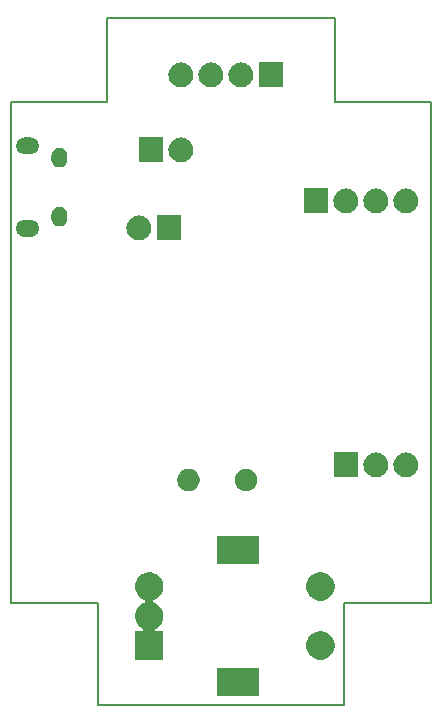
<source format=gbr>
%TF.GenerationSoftware,KiCad,Pcbnew,(5.0.2)-1*%
%TF.CreationDate,2019-05-13T13:04:59+03:00*%
%TF.ProjectId,timer,74696d65-722e-46b6-9963-61645f706362,rev?*%
%TF.SameCoordinates,Original*%
%TF.FileFunction,Soldermask,Top*%
%TF.FilePolarity,Negative*%
%FSLAX46Y46*%
G04 Gerber Fmt 4.6, Leading zero omitted, Abs format (unit mm)*
G04 Created by KiCad (PCBNEW (5.0.2)-1) date 13.05.2019 13:04:59*
%MOMM*%
%LPD*%
G01*
G04 APERTURE LIST*
%ADD10C,0.150000*%
%ADD11C,0.100000*%
G04 APERTURE END LIST*
D10*
X54102000Y-32004000D02*
X62230000Y-32004000D01*
X54102000Y-24892000D02*
X54102000Y-32004000D01*
X34798000Y-32004000D02*
X34798000Y-24892000D01*
X26670000Y-32004000D02*
X34798000Y-32004000D01*
X62230000Y-74422000D02*
X54864000Y-74422000D01*
X54864000Y-74422000D02*
X54864000Y-83058000D01*
X34036000Y-74422000D02*
X34036000Y-83058000D01*
X26670000Y-74422000D02*
X34036000Y-74422000D01*
X26670000Y-74422000D02*
X26670000Y-32004000D01*
X54864000Y-83058000D02*
X34036000Y-83058000D01*
X62230000Y-32004000D02*
X62230000Y-74422000D01*
X34798000Y-24892000D02*
X54102000Y-24892000D01*
D11*
G36*
X47632000Y-82325000D02*
X44032000Y-82325000D01*
X44032000Y-79925000D01*
X47632000Y-79925000D01*
X47632000Y-82325000D01*
X47632000Y-82325000D01*
G37*
G36*
X53182026Y-76871115D02*
X53400412Y-76961573D01*
X53596958Y-77092901D01*
X53764099Y-77260042D01*
X53895427Y-77456588D01*
X53985885Y-77674974D01*
X54032000Y-77906809D01*
X54032000Y-78143191D01*
X53985885Y-78375026D01*
X53895427Y-78593412D01*
X53764099Y-78789958D01*
X53596958Y-78957099D01*
X53400412Y-79088427D01*
X53182026Y-79178885D01*
X52950191Y-79225000D01*
X52713809Y-79225000D01*
X52481974Y-79178885D01*
X52263588Y-79088427D01*
X52067042Y-78957099D01*
X51899901Y-78789958D01*
X51768573Y-78593412D01*
X51678115Y-78375026D01*
X51632000Y-78143191D01*
X51632000Y-77906809D01*
X51678115Y-77674974D01*
X51768573Y-77456588D01*
X51899901Y-77260042D01*
X52067042Y-77092901D01*
X52263588Y-76961573D01*
X52481974Y-76871115D01*
X52713809Y-76825000D01*
X52950191Y-76825000D01*
X53182026Y-76871115D01*
X53182026Y-76871115D01*
G37*
G36*
X38682026Y-71871115D02*
X38900412Y-71961573D01*
X39096958Y-72092901D01*
X39264099Y-72260042D01*
X39395427Y-72456588D01*
X39485885Y-72674974D01*
X39532000Y-72906809D01*
X39532000Y-73143191D01*
X39485885Y-73375026D01*
X39395427Y-73593412D01*
X39264099Y-73789958D01*
X39096958Y-73957099D01*
X38900412Y-74088427D01*
X38728790Y-74159515D01*
X38707179Y-74171066D01*
X38688237Y-74186612D01*
X38672691Y-74205554D01*
X38661140Y-74227164D01*
X38654027Y-74250614D01*
X38651625Y-74275000D01*
X38654027Y-74299386D01*
X38661140Y-74322835D01*
X38672691Y-74344446D01*
X38688237Y-74363388D01*
X38707179Y-74378934D01*
X38728790Y-74390485D01*
X38900412Y-74461573D01*
X39096958Y-74592901D01*
X39264099Y-74760042D01*
X39395427Y-74956588D01*
X39485885Y-75174974D01*
X39532000Y-75406809D01*
X39532000Y-75643191D01*
X39485885Y-75875026D01*
X39395427Y-76093412D01*
X39264099Y-76289958D01*
X39096958Y-76457099D01*
X38891907Y-76594110D01*
X38888239Y-76596071D01*
X38869298Y-76611618D01*
X38853754Y-76630561D01*
X38842204Y-76652172D01*
X38835092Y-76675622D01*
X38832692Y-76700008D01*
X38835095Y-76724395D01*
X38842210Y-76747843D01*
X38853763Y-76769453D01*
X38869310Y-76788394D01*
X38888253Y-76803938D01*
X38909864Y-76815488D01*
X38933314Y-76822600D01*
X38957692Y-76825000D01*
X39532000Y-76825000D01*
X39532000Y-79225000D01*
X37132000Y-79225000D01*
X37132000Y-76825000D01*
X37706308Y-76825000D01*
X37730694Y-76822598D01*
X37754143Y-76815485D01*
X37775754Y-76803934D01*
X37794696Y-76788388D01*
X37810242Y-76769446D01*
X37821793Y-76747835D01*
X37828906Y-76724386D01*
X37831308Y-76700000D01*
X37828906Y-76675614D01*
X37821793Y-76652165D01*
X37810242Y-76630554D01*
X37794696Y-76611612D01*
X37775754Y-76596066D01*
X37772085Y-76594105D01*
X37567042Y-76457099D01*
X37399901Y-76289958D01*
X37268573Y-76093412D01*
X37178115Y-75875026D01*
X37132000Y-75643191D01*
X37132000Y-75406809D01*
X37178115Y-75174974D01*
X37268573Y-74956588D01*
X37399901Y-74760042D01*
X37567042Y-74592901D01*
X37763588Y-74461573D01*
X37935210Y-74390485D01*
X37956821Y-74378934D01*
X37975763Y-74363388D01*
X37991309Y-74344446D01*
X38002860Y-74322836D01*
X38009973Y-74299386D01*
X38012375Y-74275000D01*
X38009973Y-74250614D01*
X38002860Y-74227165D01*
X37991309Y-74205554D01*
X37975763Y-74186612D01*
X37956821Y-74171066D01*
X37935210Y-74159515D01*
X37763588Y-74088427D01*
X37567042Y-73957099D01*
X37399901Y-73789958D01*
X37268573Y-73593412D01*
X37178115Y-73375026D01*
X37132000Y-73143191D01*
X37132000Y-72906809D01*
X37178115Y-72674974D01*
X37268573Y-72456588D01*
X37399901Y-72260042D01*
X37567042Y-72092901D01*
X37763588Y-71961573D01*
X37981974Y-71871115D01*
X38213809Y-71825000D01*
X38450191Y-71825000D01*
X38682026Y-71871115D01*
X38682026Y-71871115D01*
G37*
G36*
X53182026Y-71871115D02*
X53400412Y-71961573D01*
X53596958Y-72092901D01*
X53764099Y-72260042D01*
X53895427Y-72456588D01*
X53985885Y-72674974D01*
X54032000Y-72906809D01*
X54032000Y-73143191D01*
X53985885Y-73375026D01*
X53895427Y-73593412D01*
X53764099Y-73789958D01*
X53596958Y-73957099D01*
X53400412Y-74088427D01*
X53182026Y-74178885D01*
X52950191Y-74225000D01*
X52713809Y-74225000D01*
X52481974Y-74178885D01*
X52263588Y-74088427D01*
X52067042Y-73957099D01*
X51899901Y-73789958D01*
X51768573Y-73593412D01*
X51678115Y-73375026D01*
X51632000Y-73143191D01*
X51632000Y-72906809D01*
X51678115Y-72674974D01*
X51768573Y-72456588D01*
X51899901Y-72260042D01*
X52067042Y-72092901D01*
X52263588Y-71961573D01*
X52481974Y-71871115D01*
X52713809Y-71825000D01*
X52950191Y-71825000D01*
X53182026Y-71871115D01*
X53182026Y-71871115D01*
G37*
G36*
X47632000Y-71125000D02*
X44032000Y-71125000D01*
X44032000Y-68725000D01*
X47632000Y-68725000D01*
X47632000Y-71125000D01*
X47632000Y-71125000D01*
G37*
G36*
X46675452Y-63067127D02*
X46813105Y-63094508D01*
X46985994Y-63166121D01*
X47141590Y-63270087D01*
X47273913Y-63402410D01*
X47377879Y-63558006D01*
X47449492Y-63730895D01*
X47486000Y-63914433D01*
X47486000Y-64101567D01*
X47449492Y-64285105D01*
X47377879Y-64457994D01*
X47273913Y-64613590D01*
X47141590Y-64745913D01*
X46985994Y-64849879D01*
X46813105Y-64921492D01*
X46675451Y-64948873D01*
X46629568Y-64958000D01*
X46442432Y-64958000D01*
X46396549Y-64948873D01*
X46258895Y-64921492D01*
X46086006Y-64849879D01*
X45930410Y-64745913D01*
X45798087Y-64613590D01*
X45694121Y-64457994D01*
X45622508Y-64285105D01*
X45586000Y-64101567D01*
X45586000Y-63914433D01*
X45622508Y-63730895D01*
X45694121Y-63558006D01*
X45798087Y-63402410D01*
X45930410Y-63270087D01*
X46086006Y-63166121D01*
X46258895Y-63094508D01*
X46396548Y-63067127D01*
X46442432Y-63058000D01*
X46629568Y-63058000D01*
X46675452Y-63067127D01*
X46675452Y-63067127D01*
G37*
G36*
X41795452Y-63067127D02*
X41933105Y-63094508D01*
X42105994Y-63166121D01*
X42261590Y-63270087D01*
X42393913Y-63402410D01*
X42497879Y-63558006D01*
X42569492Y-63730895D01*
X42606000Y-63914433D01*
X42606000Y-64101567D01*
X42569492Y-64285105D01*
X42497879Y-64457994D01*
X42393913Y-64613590D01*
X42261590Y-64745913D01*
X42105994Y-64849879D01*
X41933105Y-64921492D01*
X41795451Y-64948873D01*
X41749568Y-64958000D01*
X41562432Y-64958000D01*
X41516549Y-64948873D01*
X41378895Y-64921492D01*
X41206006Y-64849879D01*
X41050410Y-64745913D01*
X40918087Y-64613590D01*
X40814121Y-64457994D01*
X40742508Y-64285105D01*
X40706000Y-64101567D01*
X40706000Y-63914433D01*
X40742508Y-63730895D01*
X40814121Y-63558006D01*
X40918087Y-63402410D01*
X41050410Y-63270087D01*
X41206006Y-63166121D01*
X41378895Y-63094508D01*
X41516548Y-63067127D01*
X41562432Y-63058000D01*
X41749568Y-63058000D01*
X41795452Y-63067127D01*
X41795452Y-63067127D01*
G37*
G36*
X57659707Y-61695596D02*
X57736836Y-61703193D01*
X57868787Y-61743220D01*
X57934763Y-61763233D01*
X58117172Y-61860733D01*
X58277054Y-61991946D01*
X58408267Y-62151828D01*
X58505767Y-62334237D01*
X58505767Y-62334238D01*
X58565807Y-62532164D01*
X58586080Y-62738000D01*
X58565807Y-62943836D01*
X58531176Y-63058000D01*
X58505767Y-63141763D01*
X58408267Y-63324172D01*
X58277054Y-63484054D01*
X58117172Y-63615267D01*
X57934763Y-63712767D01*
X57875002Y-63730895D01*
X57736836Y-63772807D01*
X57659707Y-63780403D01*
X57582580Y-63788000D01*
X57479420Y-63788000D01*
X57402293Y-63780403D01*
X57325164Y-63772807D01*
X57186998Y-63730895D01*
X57127237Y-63712767D01*
X56944828Y-63615267D01*
X56784946Y-63484054D01*
X56653733Y-63324172D01*
X56556233Y-63141763D01*
X56530824Y-63058000D01*
X56496193Y-62943836D01*
X56475920Y-62738000D01*
X56496193Y-62532164D01*
X56556233Y-62334238D01*
X56556233Y-62334237D01*
X56653733Y-62151828D01*
X56784946Y-61991946D01*
X56944828Y-61860733D01*
X57127237Y-61763233D01*
X57193213Y-61743220D01*
X57325164Y-61703193D01*
X57402293Y-61695596D01*
X57479420Y-61688000D01*
X57582580Y-61688000D01*
X57659707Y-61695596D01*
X57659707Y-61695596D01*
G37*
G36*
X60199707Y-61695596D02*
X60276836Y-61703193D01*
X60408787Y-61743220D01*
X60474763Y-61763233D01*
X60657172Y-61860733D01*
X60817054Y-61991946D01*
X60948267Y-62151828D01*
X61045767Y-62334237D01*
X61045767Y-62334238D01*
X61105807Y-62532164D01*
X61126080Y-62738000D01*
X61105807Y-62943836D01*
X61071176Y-63058000D01*
X61045767Y-63141763D01*
X60948267Y-63324172D01*
X60817054Y-63484054D01*
X60657172Y-63615267D01*
X60474763Y-63712767D01*
X60415002Y-63730895D01*
X60276836Y-63772807D01*
X60199707Y-63780403D01*
X60122580Y-63788000D01*
X60019420Y-63788000D01*
X59942293Y-63780403D01*
X59865164Y-63772807D01*
X59726998Y-63730895D01*
X59667237Y-63712767D01*
X59484828Y-63615267D01*
X59324946Y-63484054D01*
X59193733Y-63324172D01*
X59096233Y-63141763D01*
X59070824Y-63058000D01*
X59036193Y-62943836D01*
X59015920Y-62738000D01*
X59036193Y-62532164D01*
X59096233Y-62334238D01*
X59096233Y-62334237D01*
X59193733Y-62151828D01*
X59324946Y-61991946D01*
X59484828Y-61860733D01*
X59667237Y-61763233D01*
X59733213Y-61743220D01*
X59865164Y-61703193D01*
X59942293Y-61695596D01*
X60019420Y-61688000D01*
X60122580Y-61688000D01*
X60199707Y-61695596D01*
X60199707Y-61695596D01*
G37*
G36*
X56041000Y-63788000D02*
X53941000Y-63788000D01*
X53941000Y-61688000D01*
X56041000Y-61688000D01*
X56041000Y-63788000D01*
X56041000Y-63788000D01*
G37*
G36*
X37593707Y-41629597D02*
X37670836Y-41637193D01*
X37802787Y-41677220D01*
X37868763Y-41697233D01*
X38051172Y-41794733D01*
X38211054Y-41925946D01*
X38342267Y-42085828D01*
X38439767Y-42268237D01*
X38439767Y-42268238D01*
X38499807Y-42466164D01*
X38520080Y-42672000D01*
X38499807Y-42877836D01*
X38468156Y-42982175D01*
X38439767Y-43075763D01*
X38342267Y-43258172D01*
X38211054Y-43418054D01*
X38051172Y-43549267D01*
X37868763Y-43646767D01*
X37802787Y-43666780D01*
X37670836Y-43706807D01*
X37593707Y-43714404D01*
X37516580Y-43722000D01*
X37413420Y-43722000D01*
X37336293Y-43714404D01*
X37259164Y-43706807D01*
X37127213Y-43666780D01*
X37061237Y-43646767D01*
X36878828Y-43549267D01*
X36718946Y-43418054D01*
X36587733Y-43258172D01*
X36490233Y-43075763D01*
X36461844Y-42982175D01*
X36430193Y-42877836D01*
X36409920Y-42672000D01*
X36430193Y-42466164D01*
X36490233Y-42268238D01*
X36490233Y-42268237D01*
X36587733Y-42085828D01*
X36718946Y-41925946D01*
X36878828Y-41794733D01*
X37061237Y-41697233D01*
X37127213Y-41677220D01*
X37259164Y-41637193D01*
X37336293Y-41629597D01*
X37413420Y-41622000D01*
X37516580Y-41622000D01*
X37593707Y-41629597D01*
X37593707Y-41629597D01*
G37*
G36*
X41055000Y-43722000D02*
X38955000Y-43722000D01*
X38955000Y-41622000D01*
X41055000Y-41622000D01*
X41055000Y-43722000D01*
X41055000Y-43722000D01*
G37*
G36*
X28446224Y-42023128D02*
X28578175Y-42063155D01*
X28699781Y-42128155D01*
X28806370Y-42215630D01*
X28893845Y-42322219D01*
X28958845Y-42443825D01*
X28998872Y-42575776D01*
X29012387Y-42713000D01*
X28998872Y-42850224D01*
X28958845Y-42982175D01*
X28893845Y-43103781D01*
X28806370Y-43210370D01*
X28699781Y-43297845D01*
X28578175Y-43362845D01*
X28446224Y-43402872D01*
X28343390Y-43413000D01*
X27724610Y-43413000D01*
X27621776Y-43402872D01*
X27489825Y-43362845D01*
X27368219Y-43297845D01*
X27261630Y-43210370D01*
X27174155Y-43103781D01*
X27109155Y-42982175D01*
X27069128Y-42850224D01*
X27055613Y-42713000D01*
X27069128Y-42575776D01*
X27109155Y-42443825D01*
X27174155Y-42322219D01*
X27261630Y-42215630D01*
X27368219Y-42128155D01*
X27489825Y-42063155D01*
X27621776Y-42023128D01*
X27724610Y-42013000D01*
X28343390Y-42013000D01*
X28446224Y-42023128D01*
X28446224Y-42023128D01*
G37*
G36*
X30866322Y-40897767D02*
X30993560Y-40936364D01*
X31110823Y-40999042D01*
X31162214Y-41041218D01*
X31213604Y-41083392D01*
X31213606Y-41083395D01*
X31297958Y-41186176D01*
X31360636Y-41303439D01*
X31399233Y-41430677D01*
X31409000Y-41529841D01*
X31409000Y-41896158D01*
X31399233Y-41995322D01*
X31360636Y-42122561D01*
X31297958Y-42239824D01*
X31213606Y-42342606D01*
X31110824Y-42426958D01*
X30993561Y-42489636D01*
X30866323Y-42528233D01*
X30734000Y-42541266D01*
X30601678Y-42528233D01*
X30474440Y-42489636D01*
X30357177Y-42426958D01*
X30305786Y-42384782D01*
X30254396Y-42342608D01*
X30237663Y-42322219D01*
X30170042Y-42239824D01*
X30107364Y-42122561D01*
X30068767Y-41995323D01*
X30059000Y-41896159D01*
X30059000Y-41529842D01*
X30068767Y-41430678D01*
X30107364Y-41303440D01*
X30170042Y-41186177D01*
X30214460Y-41132054D01*
X30254392Y-41083396D01*
X30274474Y-41066915D01*
X30357176Y-40999042D01*
X30474439Y-40936364D01*
X30601677Y-40897767D01*
X30734000Y-40884734D01*
X30866322Y-40897767D01*
X30866322Y-40897767D01*
G37*
G36*
X57659707Y-39343596D02*
X57736836Y-39351193D01*
X57868787Y-39391220D01*
X57934763Y-39411233D01*
X58117172Y-39508733D01*
X58277054Y-39639946D01*
X58408267Y-39799828D01*
X58505767Y-39982237D01*
X58505767Y-39982238D01*
X58565807Y-40180164D01*
X58586080Y-40386000D01*
X58565807Y-40591836D01*
X58525780Y-40723787D01*
X58505767Y-40789763D01*
X58408267Y-40972172D01*
X58277054Y-41132054D01*
X58117172Y-41263267D01*
X57934763Y-41360767D01*
X57868787Y-41380780D01*
X57736836Y-41420807D01*
X57659707Y-41428404D01*
X57582580Y-41436000D01*
X57479420Y-41436000D01*
X57402293Y-41428404D01*
X57325164Y-41420807D01*
X57193213Y-41380780D01*
X57127237Y-41360767D01*
X56944828Y-41263267D01*
X56784946Y-41132054D01*
X56653733Y-40972172D01*
X56556233Y-40789763D01*
X56536220Y-40723787D01*
X56496193Y-40591836D01*
X56475920Y-40386000D01*
X56496193Y-40180164D01*
X56556233Y-39982238D01*
X56556233Y-39982237D01*
X56653733Y-39799828D01*
X56784946Y-39639946D01*
X56944828Y-39508733D01*
X57127237Y-39411233D01*
X57193213Y-39391220D01*
X57325164Y-39351193D01*
X57402293Y-39343596D01*
X57479420Y-39336000D01*
X57582580Y-39336000D01*
X57659707Y-39343596D01*
X57659707Y-39343596D01*
G37*
G36*
X55119707Y-39343596D02*
X55196836Y-39351193D01*
X55328787Y-39391220D01*
X55394763Y-39411233D01*
X55577172Y-39508733D01*
X55737054Y-39639946D01*
X55868267Y-39799828D01*
X55965767Y-39982237D01*
X55965767Y-39982238D01*
X56025807Y-40180164D01*
X56046080Y-40386000D01*
X56025807Y-40591836D01*
X55985780Y-40723787D01*
X55965767Y-40789763D01*
X55868267Y-40972172D01*
X55737054Y-41132054D01*
X55577172Y-41263267D01*
X55394763Y-41360767D01*
X55328787Y-41380780D01*
X55196836Y-41420807D01*
X55119707Y-41428404D01*
X55042580Y-41436000D01*
X54939420Y-41436000D01*
X54862293Y-41428404D01*
X54785164Y-41420807D01*
X54653213Y-41380780D01*
X54587237Y-41360767D01*
X54404828Y-41263267D01*
X54244946Y-41132054D01*
X54113733Y-40972172D01*
X54016233Y-40789763D01*
X53996220Y-40723787D01*
X53956193Y-40591836D01*
X53935920Y-40386000D01*
X53956193Y-40180164D01*
X54016233Y-39982238D01*
X54016233Y-39982237D01*
X54113733Y-39799828D01*
X54244946Y-39639946D01*
X54404828Y-39508733D01*
X54587237Y-39411233D01*
X54653213Y-39391220D01*
X54785164Y-39351193D01*
X54862293Y-39343596D01*
X54939420Y-39336000D01*
X55042580Y-39336000D01*
X55119707Y-39343596D01*
X55119707Y-39343596D01*
G37*
G36*
X53501000Y-41436000D02*
X51401000Y-41436000D01*
X51401000Y-39336000D01*
X53501000Y-39336000D01*
X53501000Y-41436000D01*
X53501000Y-41436000D01*
G37*
G36*
X60199707Y-39343596D02*
X60276836Y-39351193D01*
X60408787Y-39391220D01*
X60474763Y-39411233D01*
X60657172Y-39508733D01*
X60817054Y-39639946D01*
X60948267Y-39799828D01*
X61045767Y-39982237D01*
X61045767Y-39982238D01*
X61105807Y-40180164D01*
X61126080Y-40386000D01*
X61105807Y-40591836D01*
X61065780Y-40723787D01*
X61045767Y-40789763D01*
X60948267Y-40972172D01*
X60817054Y-41132054D01*
X60657172Y-41263267D01*
X60474763Y-41360767D01*
X60408787Y-41380780D01*
X60276836Y-41420807D01*
X60199707Y-41428404D01*
X60122580Y-41436000D01*
X60019420Y-41436000D01*
X59942293Y-41428404D01*
X59865164Y-41420807D01*
X59733213Y-41380780D01*
X59667237Y-41360767D01*
X59484828Y-41263267D01*
X59324946Y-41132054D01*
X59193733Y-40972172D01*
X59096233Y-40789763D01*
X59076220Y-40723787D01*
X59036193Y-40591836D01*
X59015920Y-40386000D01*
X59036193Y-40180164D01*
X59096233Y-39982238D01*
X59096233Y-39982237D01*
X59193733Y-39799828D01*
X59324946Y-39639946D01*
X59484828Y-39508733D01*
X59667237Y-39411233D01*
X59733213Y-39391220D01*
X59865164Y-39351193D01*
X59942293Y-39343596D01*
X60019420Y-39336000D01*
X60122580Y-39336000D01*
X60199707Y-39343596D01*
X60199707Y-39343596D01*
G37*
G36*
X30866322Y-35897767D02*
X30993560Y-35936364D01*
X31110823Y-35999042D01*
X31162214Y-36041218D01*
X31213604Y-36083392D01*
X31213606Y-36083395D01*
X31297958Y-36186176D01*
X31360636Y-36303439D01*
X31399233Y-36430677D01*
X31409000Y-36529841D01*
X31409000Y-36896158D01*
X31399233Y-36995322D01*
X31360636Y-37122561D01*
X31297958Y-37239824D01*
X31213606Y-37342606D01*
X31110824Y-37426958D01*
X30993561Y-37489636D01*
X30866323Y-37528233D01*
X30734000Y-37541266D01*
X30601678Y-37528233D01*
X30474440Y-37489636D01*
X30357177Y-37426958D01*
X30305786Y-37384782D01*
X30254396Y-37342608D01*
X30237915Y-37322526D01*
X30170042Y-37239824D01*
X30107364Y-37122561D01*
X30068767Y-36995323D01*
X30059000Y-36896159D01*
X30059000Y-36529842D01*
X30068767Y-36430678D01*
X30107364Y-36303440D01*
X30170042Y-36186177D01*
X30237664Y-36103780D01*
X30254392Y-36083396D01*
X30274474Y-36066915D01*
X30357176Y-35999042D01*
X30474439Y-35936364D01*
X30601677Y-35897767D01*
X30734000Y-35884734D01*
X30866322Y-35897767D01*
X30866322Y-35897767D01*
G37*
G36*
X39531000Y-37118000D02*
X37431000Y-37118000D01*
X37431000Y-35018000D01*
X39531000Y-35018000D01*
X39531000Y-37118000D01*
X39531000Y-37118000D01*
G37*
G36*
X41149707Y-35025597D02*
X41226836Y-35033193D01*
X41325614Y-35063157D01*
X41424763Y-35093233D01*
X41607172Y-35190733D01*
X41767054Y-35321946D01*
X41898267Y-35481828D01*
X41995767Y-35664237D01*
X41995767Y-35664238D01*
X42055807Y-35862164D01*
X42076080Y-36068000D01*
X42055807Y-36273836D01*
X42016665Y-36402871D01*
X41995767Y-36471763D01*
X41898267Y-36654172D01*
X41767054Y-36814054D01*
X41607172Y-36945267D01*
X41424763Y-37042767D01*
X41358787Y-37062780D01*
X41226836Y-37102807D01*
X41149707Y-37110403D01*
X41072580Y-37118000D01*
X40969420Y-37118000D01*
X40892293Y-37110403D01*
X40815164Y-37102807D01*
X40683213Y-37062780D01*
X40617237Y-37042767D01*
X40434828Y-36945267D01*
X40274946Y-36814054D01*
X40143733Y-36654172D01*
X40046233Y-36471763D01*
X40025335Y-36402871D01*
X39986193Y-36273836D01*
X39965920Y-36068000D01*
X39986193Y-35862164D01*
X40046233Y-35664238D01*
X40046233Y-35664237D01*
X40143733Y-35481828D01*
X40274946Y-35321946D01*
X40434828Y-35190733D01*
X40617237Y-35093233D01*
X40716386Y-35063157D01*
X40815164Y-35033193D01*
X40892293Y-35025597D01*
X40969420Y-35018000D01*
X41072580Y-35018000D01*
X41149707Y-35025597D01*
X41149707Y-35025597D01*
G37*
G36*
X28446224Y-35023128D02*
X28578175Y-35063155D01*
X28699781Y-35128155D01*
X28806370Y-35215630D01*
X28893845Y-35322219D01*
X28958845Y-35443825D01*
X28998872Y-35575776D01*
X29012387Y-35713000D01*
X28998872Y-35850224D01*
X28958845Y-35982175D01*
X28893845Y-36103781D01*
X28806370Y-36210370D01*
X28699781Y-36297845D01*
X28578175Y-36362845D01*
X28446224Y-36402872D01*
X28343390Y-36413000D01*
X27724610Y-36413000D01*
X27621776Y-36402872D01*
X27489825Y-36362845D01*
X27368219Y-36297845D01*
X27261630Y-36210370D01*
X27174155Y-36103781D01*
X27109155Y-35982175D01*
X27069128Y-35850224D01*
X27055613Y-35713000D01*
X27069128Y-35575776D01*
X27109155Y-35443825D01*
X27174155Y-35322219D01*
X27261630Y-35215630D01*
X27368219Y-35128155D01*
X27489825Y-35063155D01*
X27621776Y-35023128D01*
X27724610Y-35013000D01*
X28343390Y-35013000D01*
X28446224Y-35023128D01*
X28446224Y-35023128D01*
G37*
G36*
X43689707Y-28675596D02*
X43766836Y-28683193D01*
X43898787Y-28723220D01*
X43964763Y-28743233D01*
X44147172Y-28840733D01*
X44307054Y-28971946D01*
X44438267Y-29131828D01*
X44535767Y-29314237D01*
X44535767Y-29314238D01*
X44595807Y-29512164D01*
X44616080Y-29718000D01*
X44595807Y-29923836D01*
X44555780Y-30055787D01*
X44535767Y-30121763D01*
X44438267Y-30304172D01*
X44307054Y-30464054D01*
X44147172Y-30595267D01*
X43964763Y-30692767D01*
X43898787Y-30712780D01*
X43766836Y-30752807D01*
X43689707Y-30760404D01*
X43612580Y-30768000D01*
X43509420Y-30768000D01*
X43432293Y-30760404D01*
X43355164Y-30752807D01*
X43223213Y-30712780D01*
X43157237Y-30692767D01*
X42974828Y-30595267D01*
X42814946Y-30464054D01*
X42683733Y-30304172D01*
X42586233Y-30121763D01*
X42566220Y-30055787D01*
X42526193Y-29923836D01*
X42505920Y-29718000D01*
X42526193Y-29512164D01*
X42586233Y-29314238D01*
X42586233Y-29314237D01*
X42683733Y-29131828D01*
X42814946Y-28971946D01*
X42974828Y-28840733D01*
X43157237Y-28743233D01*
X43223213Y-28723220D01*
X43355164Y-28683193D01*
X43432293Y-28675596D01*
X43509420Y-28668000D01*
X43612580Y-28668000D01*
X43689707Y-28675596D01*
X43689707Y-28675596D01*
G37*
G36*
X41149707Y-28675596D02*
X41226836Y-28683193D01*
X41358787Y-28723220D01*
X41424763Y-28743233D01*
X41607172Y-28840733D01*
X41767054Y-28971946D01*
X41898267Y-29131828D01*
X41995767Y-29314237D01*
X41995767Y-29314238D01*
X42055807Y-29512164D01*
X42076080Y-29718000D01*
X42055807Y-29923836D01*
X42015780Y-30055787D01*
X41995767Y-30121763D01*
X41898267Y-30304172D01*
X41767054Y-30464054D01*
X41607172Y-30595267D01*
X41424763Y-30692767D01*
X41358787Y-30712780D01*
X41226836Y-30752807D01*
X41149707Y-30760404D01*
X41072580Y-30768000D01*
X40969420Y-30768000D01*
X40892293Y-30760404D01*
X40815164Y-30752807D01*
X40683213Y-30712780D01*
X40617237Y-30692767D01*
X40434828Y-30595267D01*
X40274946Y-30464054D01*
X40143733Y-30304172D01*
X40046233Y-30121763D01*
X40026220Y-30055787D01*
X39986193Y-29923836D01*
X39965920Y-29718000D01*
X39986193Y-29512164D01*
X40046233Y-29314238D01*
X40046233Y-29314237D01*
X40143733Y-29131828D01*
X40274946Y-28971946D01*
X40434828Y-28840733D01*
X40617237Y-28743233D01*
X40683213Y-28723220D01*
X40815164Y-28683193D01*
X40892293Y-28675596D01*
X40969420Y-28668000D01*
X41072580Y-28668000D01*
X41149707Y-28675596D01*
X41149707Y-28675596D01*
G37*
G36*
X49691000Y-30768000D02*
X47591000Y-30768000D01*
X47591000Y-28668000D01*
X49691000Y-28668000D01*
X49691000Y-30768000D01*
X49691000Y-30768000D01*
G37*
G36*
X46229707Y-28675596D02*
X46306836Y-28683193D01*
X46438787Y-28723220D01*
X46504763Y-28743233D01*
X46687172Y-28840733D01*
X46847054Y-28971946D01*
X46978267Y-29131828D01*
X47075767Y-29314237D01*
X47075767Y-29314238D01*
X47135807Y-29512164D01*
X47156080Y-29718000D01*
X47135807Y-29923836D01*
X47095780Y-30055787D01*
X47075767Y-30121763D01*
X46978267Y-30304172D01*
X46847054Y-30464054D01*
X46687172Y-30595267D01*
X46504763Y-30692767D01*
X46438787Y-30712780D01*
X46306836Y-30752807D01*
X46229707Y-30760404D01*
X46152580Y-30768000D01*
X46049420Y-30768000D01*
X45972293Y-30760404D01*
X45895164Y-30752807D01*
X45763213Y-30712780D01*
X45697237Y-30692767D01*
X45514828Y-30595267D01*
X45354946Y-30464054D01*
X45223733Y-30304172D01*
X45126233Y-30121763D01*
X45106220Y-30055787D01*
X45066193Y-29923836D01*
X45045920Y-29718000D01*
X45066193Y-29512164D01*
X45126233Y-29314238D01*
X45126233Y-29314237D01*
X45223733Y-29131828D01*
X45354946Y-28971946D01*
X45514828Y-28840733D01*
X45697237Y-28743233D01*
X45763213Y-28723220D01*
X45895164Y-28683193D01*
X45972293Y-28675596D01*
X46049420Y-28668000D01*
X46152580Y-28668000D01*
X46229707Y-28675596D01*
X46229707Y-28675596D01*
G37*
M02*

</source>
